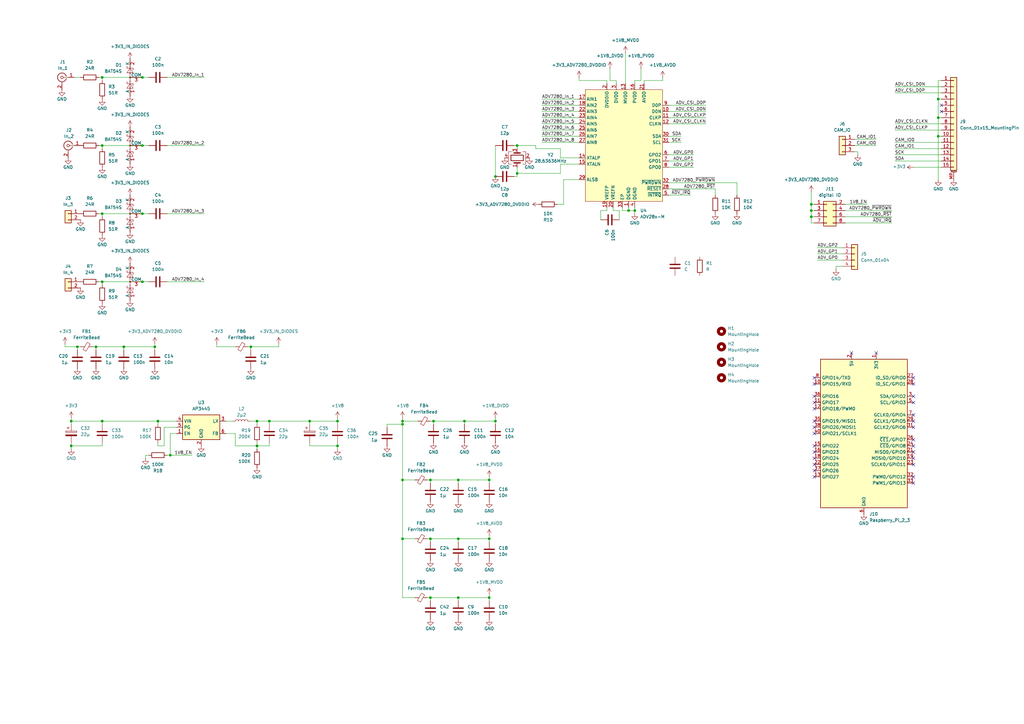
<source format=kicad_sch>
(kicad_sch (version 20231120) (generator "eeschema") (generator_version "8.0")
  (paper "A3")
  (junction (at 105.41 172.72))
  (junction (at 177.8 172.72))
  (junction (at 58.42 115.57))
  (junction (at 64.77 172.72))
  (junction (at 384.81 48.26))
  (junction (at 384.81 40.64))
  (junction (at 50.8 142.24))
  (junction (at 332.74 88.9))
  (junction (at 58.42 59.69))
  (junction (at 212.09 59.69))
  (junction (at 257.81 86.36))
  (junction (at 176.53 245.11))
  (junction (at 165.1 173.99))
  (junction (at 332.74 86.36))
  (junction (at 176.53 196.85))
  (junction (at 165.1 196.85))
  (junction (at 138.43 182.88))
  (junction (at 190.5 172.72))
  (junction (at 105.41 182.88))
  (junction (at 165.1 220.98))
  (junction (at 384.81 55.88))
  (junction (at 332.74 83.82))
  (junction (at 212.09 71.12))
  (junction (at 58.42 31.75))
  (junction (at 176.53 220.98))
  (junction (at 127 172.72))
  (junction (at 58.42 87.63))
  (junction (at 63.5 142.24))
  (junction (at 138.43 172.72))
  (junction (at 41.91 59.69))
  (junction (at 69.85 186.69))
  (junction (at 260.35 86.36))
  (junction (at 203.2 172.72))
  (junction (at 29.21 182.88))
  (junction (at 39.37 142.24))
  (junction (at 41.91 172.72))
  (junction (at 187.96 245.11))
  (junction (at 41.91 31.75))
  (junction (at 203.2 72.39))
  (junction (at 200.66 245.11))
  (junction (at 200.66 196.85))
  (junction (at 41.91 115.57))
  (junction (at 31.75 142.24))
  (junction (at 200.66 220.98))
  (junction (at 110.49 172.72))
  (junction (at 187.96 196.85))
  (junction (at 187.96 220.98))
  (junction (at 29.21 172.72))
  (junction (at 41.91 87.63))
  (junction (at 102.87 142.24))
  (junction (at 165.1 172.72))
  (no_connect (at 374.65 185.42))
  (no_connect (at 374.65 190.5))
  (no_connect (at 374.65 198.12))
  (no_connect (at 334.01 185.42))
  (no_connect (at 386.08 45.72))
  (no_connect (at 374.65 182.88))
  (no_connect (at 374.65 165.1))
  (no_connect (at 334.01 157.48))
  (no_connect (at 334.01 182.88))
  (no_connect (at 334.01 187.96))
  (no_connect (at 374.65 154.94))
  (no_connect (at 374.65 162.56))
  (no_connect (at 334.01 167.64))
  (no_connect (at 386.08 43.18))
  (no_connect (at 334.01 193.04))
  (no_connect (at 374.65 170.18))
  (no_connect (at 359.41 144.78))
  (no_connect (at 334.01 175.26))
  (no_connect (at 374.65 175.26))
  (no_connect (at 374.65 172.72))
  (no_connect (at 334.01 154.94))
  (no_connect (at 374.65 187.96))
  (no_connect (at 374.65 195.58))
  (no_connect (at 374.65 157.48))
  (no_connect (at 334.01 162.56))
  (no_connect (at 334.01 177.8))
  (no_connect (at 374.65 180.34))
  (no_connect (at 334.01 172.72))
  (no_connect (at 334.01 195.58))
  (no_connect (at 334.01 165.1))
  (no_connect (at 334.01 190.5))
  (no_connect (at 349.25 144.78))
  (wire (pts (xy 58.42 115.57) (xy 60.96 115.57)))
  (wire (pts (xy 29.21 182.88) (xy 41.91 182.88)))
  (wire (pts (xy 250.19 33.02) (xy 250.19 27.94)))
  (wire (pts (xy 175.26 220.98) (xy 176.53 220.98)))
  (wire (pts (xy 105.41 182.88) (xy 105.41 181.61)))
  (wire (pts (xy 346.71 88.9) (xy 365.76 88.9)))
  (wire (pts (xy 41.91 115.57) (xy 40.64 115.57)))
  (wire (pts (xy 41.91 60.96) (xy 41.91 59.69)))
  (wire (pts (xy 41.91 88.9) (xy 41.91 87.63)))
  (wire (pts (xy 165.1 196.85) (xy 165.1 173.99)))
  (wire (pts (xy 68.58 115.57) (xy 83.82 115.57)))
  (wire (pts (xy 102.87 142.24) (xy 102.87 143.51)))
  (wire (pts (xy 41.91 115.57) (xy 58.42 115.57)))
  (wire (pts (xy 105.41 172.72) (xy 102.87 172.72)))
  (wire (pts (xy 114.3 140.97) (xy 114.3 142.24)))
  (wire (pts (xy 237.49 40.64) (xy 222.25 40.64)))
  (wire (pts (xy 177.8 173.99) (xy 177.8 172.72)))
  (wire (pts (xy 187.96 196.85) (xy 187.96 198.12)))
  (wire (pts (xy 359.41 59.69) (xy 350.52 59.69)))
  (wire (pts (xy 367.03 63.5) (xy 386.08 63.5)))
  (wire (pts (xy 237.49 64.77) (xy 229.87 64.77)))
  (wire (pts (xy 237.49 31.75) (xy 237.49 33.02)))
  (wire (pts (xy 187.96 220.98) (xy 187.96 222.25)))
  (wire (pts (xy 212.09 72.39) (xy 212.09 71.12)))
  (wire (pts (xy 229.87 67.31) (xy 229.87 71.12)))
  (wire (pts (xy 367.03 60.96) (xy 386.08 60.96)))
  (wire (pts (xy 260.35 33.02) (xy 262.89 33.02)))
  (wire (pts (xy 41.91 59.69) (xy 58.42 59.69)))
  (wire (pts (xy 210.82 72.39) (xy 212.09 72.39)))
  (wire (pts (xy 96.52 177.8) (xy 92.71 177.8)))
  (wire (pts (xy 127 182.88) (xy 127 181.61)))
  (wire (pts (xy 237.49 43.18) (xy 222.25 43.18)))
  (wire (pts (xy 88.9 142.24) (xy 96.52 142.24)))
  (wire (pts (xy 29.21 182.88) (xy 29.21 184.15)))
  (wire (pts (xy 59.69 186.69) (xy 60.96 186.69)))
  (wire (pts (xy 187.96 245.11) (xy 187.96 246.38)))
  (wire (pts (xy 105.41 173.99) (xy 105.41 172.72)))
  (wire (pts (xy 374.65 68.58) (xy 386.08 68.58)))
  (wire (pts (xy 229.87 60.96) (xy 219.71 60.96)))
  (wire (pts (xy 68.58 87.63) (xy 83.82 87.63)))
  (wire (pts (xy 29.21 172.72) (xy 29.21 173.99)))
  (wire (pts (xy 105.41 182.88) (xy 96.52 182.88)))
  (wire (pts (xy 212.09 71.12) (xy 229.87 71.12)))
  (wire (pts (xy 41.91 116.84) (xy 41.91 115.57)))
  (wire (pts (xy 332.74 88.9) (xy 332.74 86.36)))
  (wire (pts (xy 367.03 53.34) (xy 386.08 53.34)))
  (wire (pts (xy 279.4 55.88) (xy 274.32 55.88)))
  (wire (pts (xy 110.49 172.72) (xy 127 172.72)))
  (wire (pts (xy 351.79 63.5) (xy 351.79 62.23)))
  (wire (pts (xy 127 172.72) (xy 138.43 172.72)))
  (wire (pts (xy 279.4 58.42) (xy 274.32 58.42)))
  (wire (pts (xy 138.43 171.45) (xy 138.43 172.72)))
  (wire (pts (xy 384.81 33.02) (xy 384.81 40.64)))
  (wire (pts (xy 72.39 177.8) (xy 69.85 177.8)))
  (wire (pts (xy 355.6 83.82) (xy 346.71 83.82)))
  (wire (pts (xy 187.96 196.85) (xy 200.66 196.85)))
  (wire (pts (xy 165.1 173.99) (xy 165.1 172.72)))
  (wire (pts (xy 332.74 83.82) (xy 334.01 83.82)))
  (wire (pts (xy 274.32 66.04) (xy 284.48 66.04)))
  (wire (pts (xy 367.03 35.56) (xy 386.08 35.56)))
  (wire (pts (xy 50.8 142.24) (xy 50.8 143.51)))
  (wire (pts (xy 367.03 50.8) (xy 386.08 50.8)))
  (wire (pts (xy 346.71 91.44) (xy 365.76 91.44)))
  (wire (pts (xy 222.25 58.42) (xy 237.49 58.42)))
  (wire (pts (xy 30.48 31.75) (xy 33.02 31.75)))
  (wire (pts (xy 68.58 59.69) (xy 83.82 59.69)))
  (wire (pts (xy 222.25 53.34) (xy 237.49 53.34)))
  (wire (pts (xy 257.81 86.36) (xy 257.81 85.09)))
  (wire (pts (xy 59.69 187.96) (xy 59.69 186.69)))
  (wire (pts (xy 332.74 86.36) (xy 332.74 83.82)))
  (wire (pts (xy 176.53 245.11) (xy 187.96 245.11)))
  (wire (pts (xy 92.71 172.72) (xy 95.25 172.72)))
  (wire (pts (xy 41.91 31.75) (xy 58.42 31.75)))
  (wire (pts (xy 255.27 86.36) (xy 255.27 85.09)))
  (wire (pts (xy 212.09 59.69) (xy 212.09 60.96)))
  (wire (pts (xy 105.41 172.72) (xy 110.49 172.72)))
  (wire (pts (xy 41.91 87.63) (xy 58.42 87.63)))
  (wire (pts (xy 274.32 80.01) (xy 283.21 80.01)))
  (wire (pts (xy 58.42 31.75) (xy 60.96 31.75)))
  (wire (pts (xy 274.32 50.8) (xy 289.56 50.8)))
  (wire (pts (xy 260.35 34.29) (xy 260.35 33.02)))
  (wire (pts (xy 260.35 86.36) (xy 257.81 86.36)))
  (wire (pts (xy 248.92 86.36) (xy 246.38 86.36)))
  (wire (pts (xy 252.73 33.02) (xy 252.73 34.29)))
  (wire (pts (xy 176.53 198.12) (xy 176.53 196.85)))
  (wire (pts (xy 219.71 59.69) (xy 212.09 59.69)))
  (wire (pts (xy 158.75 175.26) (xy 158.75 173.99)))
  (wire (pts (xy 274.32 48.26) (xy 289.56 48.26)))
  (wire (pts (xy 229.87 67.31) (xy 237.49 67.31)))
  (wire (pts (xy 200.66 195.58) (xy 200.66 196.85)))
  (wire (pts (xy 138.43 181.61) (xy 138.43 182.88)))
  (wire (pts (xy 257.81 86.36) (xy 255.27 86.36)))
  (wire (pts (xy 110.49 173.99) (xy 110.49 172.72)))
  (wire (pts (xy 264.16 34.29) (xy 264.16 33.02)))
  (wire (pts (xy 68.58 186.69) (xy 69.85 186.69)))
  (wire (pts (xy 367.03 58.42) (xy 386.08 58.42)))
  (wire (pts (xy 264.16 33.02) (xy 271.78 33.02)))
  (wire (pts (xy 165.1 171.45) (xy 165.1 172.72)))
  (wire (pts (xy 200.66 243.84) (xy 200.66 245.11)))
  (wire (pts (xy 41.91 87.63) (xy 40.64 87.63)))
  (wire (pts (xy 102.87 142.24) (xy 114.3 142.24)))
  (wire (pts (xy 293.37 77.47) (xy 293.37 80.01)))
  (wire (pts (xy 237.49 33.02) (xy 248.92 33.02)))
  (wire (pts (xy 260.35 85.09) (xy 260.35 86.36)))
  (wire (pts (xy 231.14 83.82) (xy 231.14 73.66)))
  (wire (pts (xy 96.52 182.88) (xy 96.52 177.8)))
  (wire (pts (xy 219.71 60.96) (xy 219.71 59.69)))
  (wire (pts (xy 176.53 222.25) (xy 176.53 220.98)))
  (wire (pts (xy 384.81 48.26) (xy 384.81 55.88)))
  (wire (pts (xy 384.81 55.88) (xy 384.81 73.66)))
  (wire (pts (xy 254 86.36) (xy 251.46 86.36)))
  (wire (pts (xy 254 90.17) (xy 254 86.36)))
  (wire (pts (xy 332.74 88.9) (xy 334.01 88.9)))
  (wire (pts (xy 138.43 173.99) (xy 138.43 172.72)))
  (wire (pts (xy 165.1 172.72) (xy 171.45 172.72)))
  (wire (pts (xy 203.2 59.69) (xy 203.2 72.39)))
  (wire (pts (xy 190.5 172.72) (xy 203.2 172.72)))
  (wire (pts (xy 260.35 86.36) (xy 260.35 87.63)))
  (wire (pts (xy 165.1 245.11) (xy 165.1 220.98)))
  (wire (pts (xy 175.26 196.85) (xy 176.53 196.85)))
  (wire (pts (xy 26.67 142.24) (xy 31.75 142.24)))
  (wire (pts (xy 88.9 140.97) (xy 88.9 142.24)))
  (wire (pts (xy 31.75 143.51) (xy 31.75 142.24)))
  (wire (pts (xy 176.53 246.38) (xy 176.53 245.11)))
  (wire (pts (xy 251.46 86.36) (xy 251.46 85.09)))
  (wire (pts (xy 302.26 74.93) (xy 302.26 80.01)))
  (wire (pts (xy 271.78 33.02) (xy 271.78 31.75)))
  (wire (pts (xy 176.53 220.98) (xy 187.96 220.98)))
  (wire (pts (xy 176.53 196.85) (xy 187.96 196.85)))
  (wire (pts (xy 38.1 142.24) (xy 39.37 142.24)))
  (wire (pts (xy 200.66 219.71) (xy 200.66 220.98)))
  (wire (pts (xy 41.91 33.02) (xy 41.91 31.75)))
  (wire (pts (xy 342.9 110.49) (xy 342.9 109.22)))
  (wire (pts (xy 63.5 140.97) (xy 63.5 142.24)))
  (wire (pts (xy 384.81 48.26) (xy 386.08 48.26)))
  (wire (pts (xy 165.1 245.11) (xy 170.18 245.11)))
  (wire (pts (xy 250.19 33.02) (xy 252.73 33.02)))
  (wire (pts (xy 138.43 182.88) (xy 127 182.88)))
  (wire (pts (xy 335.28 106.68) (xy 345.44 106.68)))
  (wire (pts (xy 170.18 196.85) (xy 165.1 196.85)))
  (wire (pts (xy 203.2 171.45) (xy 203.2 172.72)))
  (wire (pts (xy 334.01 91.44) (xy 332.74 91.44)))
  (wire (pts (xy 262.89 33.02) (xy 262.89 27.94)))
  (wire (pts (xy 274.32 68.58) (xy 284.48 68.58)))
  (wire (pts (xy 110.49 181.61) (xy 110.49 182.88)))
  (wire (pts (xy 29.21 172.72) (xy 41.91 172.72)))
  (wire (pts (xy 200.66 196.85) (xy 200.66 198.12)))
  (wire (pts (xy 384.81 40.64) (xy 384.81 48.26)))
  (wire (pts (xy 332.74 86.36) (xy 334.01 86.36)))
  (wire (pts (xy 222.25 50.8) (xy 237.49 50.8)))
  (wire (pts (xy 332.74 78.74) (xy 332.74 83.82)))
  (wire (pts (xy 212.09 71.12) (xy 212.09 68.58)))
  (wire (pts (xy 351.79 62.23) (xy 350.52 62.23)))
  (wire (pts (xy 68.58 31.75) (xy 83.82 31.75)))
  (wire (pts (xy 41.91 59.69) (xy 40.64 59.69)))
  (wire (pts (xy 274.32 45.72) (xy 289.56 45.72)))
  (wire (pts (xy 274.32 63.5) (xy 284.48 63.5)))
  (wire (pts (xy 190.5 172.72) (xy 190.5 173.99)))
  (wire (pts (xy 69.85 177.8) (xy 69.85 186.69)))
  (wire (pts (xy 367.03 38.1) (xy 386.08 38.1)))
  (wire (pts (xy 203.2 172.72) (xy 203.2 173.99)))
  (wire (pts (xy 58.42 87.63) (xy 60.96 87.63)))
  (wire (pts (xy 63.5 142.24) (xy 63.5 143.51)))
  (wire (pts (xy 248.92 85.09) (xy 248.92 86.36)))
  (wire (pts (xy 200.66 245.11) (xy 200.66 246.38)))
  (wire (pts (xy 345.44 104.14) (xy 335.28 104.14)))
  (wire (pts (xy 256.54 21.59) (xy 256.54 34.29)))
  (wire (pts (xy 165.1 220.98) (xy 165.1 196.85)))
  (wire (pts (xy 127 172.72) (xy 127 173.99)))
  (wire (pts (xy 367.03 66.04) (xy 386.08 66.04)))
  (wire (pts (xy 165.1 220.98) (xy 170.18 220.98)))
  (wire (pts (xy 346.71 86.36) (xy 365.76 86.36)))
  (wire (pts (xy 29.21 181.61) (xy 29.21 182.88)))
  (wire (pts (xy 41.91 31.75) (xy 40.64 31.75)))
  (wire (pts (xy 248.92 33.02) (xy 248.92 34.29)))
  (wire (pts (xy 39.37 142.24) (xy 50.8 142.24)))
  (wire (pts (xy 138.43 182.88) (xy 138.43 184.15)))
  (wire (pts (xy 29.21 171.45) (xy 29.21 172.72)))
  (wire (pts (xy 64.77 172.72) (xy 72.39 172.72)))
  (wire (pts (xy 41.91 172.72) (xy 41.91 173.99)))
  (wire (pts (xy 384.81 40.64) (xy 386.08 40.64)))
  (wire (pts (xy 101.6 142.24) (xy 102.87 142.24)))
  (wire (pts (xy 231.14 73.66) (xy 237.49 73.66)))
  (wire (pts (xy 222.25 55.88) (xy 237.49 55.88)))
  (wire (pts (xy 41.91 172.72) (xy 64.77 172.72)))
  (wire (pts (xy 105.41 182.88) (xy 105.41 184.15)))
  (wire (pts (xy 58.42 59.69) (xy 60.96 59.69)))
  (wire (pts (xy 228.6 83.82) (xy 231.14 83.82)))
  (wire (pts (xy 229.87 64.77) (xy 229.87 60.96)))
  (wire (pts (xy 210.82 59.69) (xy 212.09 59.69)))
  (wire (pts (xy 246.38 90.17) (xy 246.38 86.36)))
  (wire (pts (xy 237.49 48.26) (xy 222.25 48.26)))
  (wire (pts (xy 274.32 43.18) (xy 289.56 43.18)))
  (wire (pts (xy 39.37 143.51) (xy 39.37 142.24)))
  (wire (pts (xy 69.85 186.69) (xy 78.74 186.69)))
  (wire (pts (xy 67.31 175.26) (xy 67.31 182.88)))
  (wire (pts (xy 187.96 220.98) (xy 200.66 220.98)))
  (wire (pts (xy 64.77 182.88) (xy 67.31 182.88)))
  (wire (pts (xy 384.81 33.02) (xy 386.08 33.02)))
  (wire (pts (xy 110.49 182.88) (xy 105.41 182.88)))
  (wire (pts (xy 31.75 142.24) (xy 33.02 142.24)))
  (wire (pts (xy 175.26 245.11) (xy 176.53 245.11)))
  (wire (pts (xy 237.49 45.72) (xy 222.25 45.72)))
  (wire (pts (xy 50.8 142.24) (xy 63.5 142.24)))
  (wire (pts (xy 200.66 220.98) (xy 200.66 222.25)))
  (wire (pts (xy 64.77 181.61) (xy 64.77 182.88)))
  (wire (pts (xy 177.8 172.72) (xy 190.5 172.72)))
  (wire (pts (xy 176.53 172.72) (xy 177.8 172.72)))
  (wire (pts (xy 274.32 74.93) (xy 302.26 74.93)))
  (wire (pts (xy 26.67 140.97) (xy 26.67 142.24)))
  (wire (pts (xy 332.74 91.44) (xy 332.74 88.9)))
  (wire (pts (xy 158.75 173.99) (xy 165.1 173.99)))
  (wire (pts (xy 67.31 175.26) (xy 72.39 175.26)))
  (wire (pts (xy 384.81 55.88) (xy 386.08 55.88)))
  (wire (pts (xy 274.32 77.47) (xy 293.37 77.47)))
  (wire (pts (xy 359.41 57.15) (xy 350.52 57.15)))
  (wire (pts (xy 41.91 182.88) (xy 41.91 181.61)))
  (wire (pts (xy 345.44 101.6) (xy 335.28 101.6)))
  (wire (pts (xy 187.96 245.11) (xy 200.66 245.11)))
  (wire (pts (xy 64.77 173.99) (xy 64.77 172.72)))
  (wire (pts (xy 342.9 109.22) (xy 345.44 109.22)))
  (label "ADV7280_~{PWRDWN}" (at 365.76 86.36 180))
  (label "CAM_IO0" (at 359.41 59.69 180))
  (label "ADV_GP1" (at 284.48 66.04 180))
  (label "SCK" (at 279.4 58.42 180))
  (label "ADV7280_In_3" (at 222.25 45.72 0))
  (label "ADV_GP2" (at 335.28 101.6 0))
  (label "ADV7280_In_7" (at 222.25 55.88 0))
  (label "ADV_GP0" (at 284.48 63.5 180))
  (label "ADV_CSI_CLKN" (at 367.03 50.8 0))
  (label "ADV7280_In_4" (at 83.82 115.57 180))
  (label "ADV_GP0" (at 335.28 106.68 0))
  (label "ADV7280_In_2" (at 83.82 59.69 180))
  (label "1V8_EN" (at 355.6 83.82 180))
  (label "ADV7280_In_1" (at 83.82 31.75 180))
  (label "ADV_CSI_CLKP" (at 289.56 48.26 180))
  (label "~{ADV_IRQ}" (at 365.76 91.44 180))
  (label "ADV_CSI_CLKN" (at 289.56 50.8 180))
  (label "CAM_IO1" (at 367.03 60.96 0))
  (label "ADV_GP2" (at 284.48 68.58 180))
  (label "ADV7280_In_5" (at 222.25 50.8 0))
  (label "CAM_IO1" (at 359.41 57.15 180))
  (label "SCK" (at 367.03 63.5 0))
  (label "ADV7280_In_3" (at 83.82 87.63 180))
  (label "ADV7280_In_2" (at 222.25 43.18 0))
  (label "~{ADV_IRQ}" (at 283.21 80.01 180))
  (label "1V8_EN" (at 78.74 186.69 180))
  (label "ADV7280_~{RST}" (at 365.76 88.9 180))
  (label "CAM_IO0" (at 367.03 58.42 0))
  (label "SDA" (at 367.03 66.04 0))
  (label "ADV7280_In_4" (at 222.25 48.26 0))
  (label "ADV7280_~{PWRDWN}" (at 293.37 74.93 180))
  (label "ADV_CSI_D0N" (at 289.56 45.72 180))
  (label "ADV7280_~{RST}" (at 293.37 77.47 180))
  (label "ADV7280_In_6" (at 222.25 53.34 0))
  (label "ADV_CSI_D0P" (at 289.56 43.18 180))
  (label "SDA" (at 279.4 55.88 180))
  (label "ADV_CSI_CLKP" (at 367.03 53.34 0))
  (label "ADV7280_In_1" (at 222.25 40.64 0))
  (label "ADV_GP1" (at 335.28 104.14 0))
  (label "ADV7280_In_8" (at 222.25 58.42 0))
  (label "ADV_CSI_D0N" (at 367.03 35.56 0))
  (label "ADV_CSI_D0P" (at 367.03 38.1 0))
  (symbol (lib_id "power:GND") (at 190.5 181.61 0) (unit 1)
    (property "Reference" "#PWR033" (effects (hide yes)))
    (property "Value" "GND" (at 190.5 185.42 0))
    (property "Description" "Power symbol creates a global label with name \"GND\" , ground" (effects (hide yes)))
  )
  (symbol (lib_id "Regulator_Switching:AP3402") (at 82.55 175.26 0) (unit 1)
    (property "Reference" "U3" (at 82.55 165.1 0))
    (property "Value" "AP3445" (at 82.55 167.64 0))
    (property "Footprint" "Package_TO_SOT_SMD:TSOT-23-6" (effects (hide yes)))
    (property "Datasheet" "https://www.diodes.com/assets/Datasheets/AP3402.pdf" (effects (hide yes)))
    (property "Description" "1.0MHz 2A Step-Down DC-DC Buck Converter, TSOT-23-6" (effects (hide yes)))
  )
  (symbol (lib_id "power:GND") (at 302.26 87.63 0) (unit 1)
    (property "Reference" "#PWR08" (effects (hide yes)))
    (property "Value" "GND" (at 302.26 91.44 0))
    (property "Description" "Power symbol creates a global label with name \"GND\" , ground" (effects (hide yes)))
  )
  (symbol (lib_id "power:GND") (at 351.79 63.5 0) (unit 1)
    (property "Reference" "#PWR062" (effects (hide yes)))
    (property "Value" "GND" (at 351.79 67.31 0))
    (property "Description" "Power symbol creates a global label with name \"GND\" , ground" (effects (hide yes)))
  )
  (symbol (lib_id "power:GND") (at 82.55 182.88 0) (unit 1)
    (property "Reference" "#PWR054" (effects (hide yes)))
    (property "Value" "GND" (at 82.55 186.69 0))
    (property "Description" "Power symbol creates a global label with name \"GND\" , ground" (effects (hide yes)))
  )
  (symbol (lib_id "Device:C") (at 176.53 201.93 0) (unit 1)
    (property "Reference" "C22" (at 180.34 200.6599 0) (effects (justify left)))
    (property "Value" "1µ" (at 180.34 203.1999 0) (effects (justify left)))
    (property "Footprint" "Capacitor_SMD:C_0805_2012Metric" (effects (hide yes)))
    (property "Description" "Unpolarized capacitor" (effects (hide yes)))
  )
  (symbol (lib_id "Device:R") (at 105.41 187.96 0) (mirror y) (unit 1)
    (property "Reference" "R20" (at 102.87 186.6899 0) (effects (justify left)))
    (property "Value" "100K" (at 102.87 189.2299 0) (effects (justify left)))
    (property "Footprint" "Resistor_SMD:R_0402_1005Metric_Pad0.72x0.64mm_HandSolder" (effects (hide yes)))
    (property "Description" "Resistor" (effects (hide yes)))
  )
  (symbol (lib_id "Connector_Generic_MountingPin:Conn_01x15_MountingPin") (at 391.16 50.8 0) (unit 1)
    (property "Reference" "J9" (at 393.7 49.8855 0) (effects (justify left)))
    (property "Value" "Conn_01x15_MountingPin" (at 393.7 52.4255 0) (effects (justify left)))
    (property "Footprint" "Connector_FFC-FPC:TE_1-84953-5_1x15-1MP_P1.0mm_Horizontal" (effects (hide yes)))
    (property "Description" "Generic connectable mounting pin connector, single row, 01x15, script generated (kicad-library-utils/schlib/autogen/connector/)" (effects (hide yes)))
  )
  (symbol (lib_id "power:GND") (at 200.66 205.74 0) (unit 1)
    (property "Reference" "#PWR030" (effects (hide yes)))
    (property "Value" "GND" (at 200.66 209.55 0))
    (property "Description" "Power symbol creates a global label with name \"GND\" , ground" (effects (hide yes)))
  )
  (symbol (lib_id "Device:C") (at 41.91 177.8 0) (unit 1)
    (property "Reference" "C33" (at 45.72 176.5299 0) (effects (justify left)))
    (property "Value" "100n" (at 45.72 179.0699 0) (effects (justify left)))
    (property "Footprint" "Capacitor_SMD:C_0402_1005Metric" (effects (hide yes)))
    (property "Description" "Unpolarized capacitor" (effects (hide yes)))
  )
  (symbol (lib_id "power:GND") (at 29.21 184.15 0) (unit 1)
    (property "Reference" "#PWR052" (effects (hide yes)))
    (property "Value" "GND" (at 29.21 187.96 0))
    (property "Description" "Power symbol creates a global label with name \"GND\" , ground" (effects (hide yes)))
  )
  (symbol (lib_id "Device:R") (at 41.91 64.77 0) (unit 1)
    (property "Reference" "R5" (at 44.45 63.4999 0) (effects (justify left)))
    (property "Value" "51R" (at 44.45 66.0399 0) (effects (justify left)))
    (property "Footprint" "Resistor_SMD:R_0805_2012Metric" (effects (hide yes)))
    (property "Description" "Resistor" (effects (hide yes)))
  )
  (symbol (lib_id "power:GND") (at 41.91 40.64 0) (unit 1)
    (property "Reference" "#PWR01" (effects (hide yes)))
    (property "Value" "GND" (at 41.91 44.45 0))
    (property "Description" "Power symbol creates a global label with name \"GND\" , ground" (effects (hide yes)))
  )
  (symbol (lib_id "Device:C") (at 200.66 250.19 0) (unit 1)
    (property "Reference" "C10" (at 204.47 248.9199 0) (effects (justify left)))
    (property "Value" "10n" (at 204.47 251.4599 0) (effects (justify left)))
    (property "Footprint" "Capacitor_SMD:C_0402_1005Metric" (effects (hide yes)))
    (property "Description" "Unpolarized capacitor" (effects (hide yes)))
  )
  (symbol (lib_id "Device:C") (at 64.77 115.57 90) (unit 1)
    (property "Reference" "C5" (at 64.77 107.95 90))
    (property "Value" "100n" (at 64.77 110.49 90))
    (property "Footprint" "Capacitor_SMD:C_0402_1005Metric" (effects (hide yes)))
    (property "Description" "Unpolarized capacitor" (effects (hide yes)))
  )
  (symbol (lib_id "power:GND") (at 53.34 67.31 0) (unit 1)
    (property "Reference" "#PWR068" (effects (hide yes)))
    (property "Value" "GND" (at 53.34 71.12 0))
    (property "Description" "Power symbol creates a global label with name \"GND\" , ground" (effects (hide yes)))
  )
  (symbol (lib_id "power:+3V3") (at 53.34 52.07 0) (unit 1)
    (property "Reference" "#PWR067" (effects (hide yes)))
    (property "Value" "+3V3_IN_DIODES" (at 53.34 46.99 0))
    (property "Description" "Power symbol creates a global label with name \"+3V3\"" (effects (hide yes)))
  )
  (symbol (lib_id "Device:C") (at 190.5 177.8 0) (unit 1)
    (property "Reference" "C11" (at 194.31 176.5299 0) (effects (justify left)))
    (property "Value" "100n" (at 194.31 179.0699 0) (effects (justify left)))
    (property "Footprint" "Capacitor_SMD:C_0402_1005Metric" (effects (hide yes)))
    (property "Description" "Unpolarized capacitor" (effects (hide yes)))
  )
  (symbol (lib_id "power:GND") (at 176.53 205.74 0) (unit 1)
    (property "Reference" "#PWR022" (effects (hide yes)))
    (property "Value" "GND" (at 176.53 209.55 0))
    (property "Description" "Power symbol creates a global label with name \"GND\" , ground" (effects (hide yes)))
  )
  (symbol (lib_id "Device:R") (at 41.91 120.65 0) (unit 1)
    (property "Reference" "R9" (at 44.45 119.3799 0) (effects (justify left)))
    (property "Value" "51R" (at 44.45 121.9199 0) (effects (justify left)))
    (property "Footprint" "Resistor_SMD:R_0805_2012Metric" (effects (hide yes)))
    (property "Description" "Resistor" (effects (hide yes)))
  )
  (symbol (lib_id "Device:FerriteBead_Small") (at 172.72 245.11 90) (unit 1)
    (property "Reference" "FB5" (at 172.6819 238.76 90))
    (property "Value" "FerriteBead" (at 172.6819 241.3 90))
    (property "Footprint" "Inductor_SMD:L_0805_2012Metric" (effects (hide yes)))
    (property "Description" "Ferrite bead, small symbol" (effects (hide yes)))
  )
  (symbol (lib_id "power:+1V8") (at 138.43 171.45 0) (unit 1)
    (property "Reference" "#PWR058" (effects (hide yes)))
    (property "Value" "+1V8" (at 138.43 166.37 0))
    (property "Description" "Power symbol creates a global label with name \"+1V8\"" (effects (hide yes)))
  )
  (symbol (lib_id "Device:C") (at 250.19 90.17 90) (mirror x) (unit 1)
    (property "Reference" "C6" (at 248.9199 93.98 0) (effects (justify left)))
    (property "Value" "100n" (at 251.4599 93.98 0) (effects (justify left)))
    (property "Footprint" "Capacitor_SMD:C_0402_1005Metric" (effects (hide yes)))
    (property "Description" "Unpolarized capacitor" (effects (hide yes)))
  )
  (symbol (lib_id "Device:R") (at 36.83 59.69 270) (unit 1)
    (property "Reference" "R4" (at 36.83 53.34 90))
    (property "Value" "24R" (at 36.83 55.88 90))
    (property "Footprint" "Resistor_SMD:R_0805_2012Metric" (effects (hide yes)))
    (property "Description" "Resistor" (effects (hide yes)))
  )
  (symbol (lib_id "Device:C") (at 64.77 31.75 90) (unit 1)
    (property "Reference" "C2" (at 64.77 24.13 90))
    (property "Value" "100n" (at 64.77 26.67 90))
    (property "Footprint" "Capacitor_SMD:C_0402_1005Metric" (effects (hide yes)))
    (property "Description" "Unpolarized capacitor" (effects (hide yes)))
  )
  (symbol (lib_id "power:+3V3") (at 26.67 140.97 0) (unit 1)
    (property "Reference" "#PWR09" (effects (hide yes)))
    (property "Value" "+3V3" (at 26.67 135.89 0))
    (property "Description" "Power symbol creates a global label with name \"+3V3\"" (effects (hide yes)))
  )
  (symbol (lib_id "power:GND") (at 138.43 184.15 0) (unit 1)
    (property "Reference" "#PWR057" (effects (hide yes)))
    (property "Value" "GND" (at 138.43 187.96 0))
    (property "Description" "Power symbol creates a global label with name \"GND\" , ground" (effects (hide yes)))
  )
  (symbol (lib_id "power:GND") (at 41.91 68.58 0) (unit 1)
    (property "Reference" "#PWR02" (effects (hide yes)))
    (property "Value" "GND" (at 41.91 72.39 0))
    (property "Description" "Power symbol creates a global label with name \"GND\" , ground" (effects (hide yes)))
  )
  (symbol (lib_id "power:GND") (at 33.02 118.11 0) (unit 1)
    (property "Reference" "#PWR043" (effects (hide yes)))
    (property "Value" "GND" (at 33.02 121.92 0))
    (property "Description" "Power symbol creates a global label with name \"GND\" , ground" (effects (hide yes)))
  )
  (symbol (lib_id "power:+3V3") (at 53.34 107.95 0) (unit 1)
    (property "Reference" "#PWR072" (effects (hide yes)))
    (property "Value" "+3V3_IN_DIODES" (at 53.34 102.87 0))
    (property "Description" "Power symbol creates a global label with name \"+3V3\"" (effects (hide yes)))
  )
  (symbol (lib_id "Device:C") (at 207.01 72.39 90) (mirror x) (unit 1)
    (property "Reference" "C8" (at 207.01 80.01 90))
    (property "Value" "12p" (at 207.01 77.47 90))
    (property "Footprint" "Capacitor_SMD:C_0402_1005Metric" (effects (hide yes)))
    (property "Description" "Unpolarized capacitor" (effects (hide yes)))
  )
  (symbol (lib_id "power:+3V3") (at 88.9 140.97 0) (unit 1)
    (property "Reference" "#PWR050" (effects (hide yes)))
    (property "Value" "+3V3" (at 88.9 135.89 0))
    (property "Description" "Power symbol creates a global label with name \"+3V3\"" (effects (hide yes)))
  )
  (symbol (lib_id "power:+3V3") (at 220.98 83.82 90) (unit 1)
    (property "Reference" "#PWR039" (effects (hide yes)))
    (property "Value" "+3V3_ADV7280_DVDDIO" (at 217.17 83.8199 90) (effects (justify left)))
    (property "Description" "Power symbol creates a global label with name \"+3V3\"" (effects (hide yes)))
  )
  (symbol (lib_id "power:GND") (at 158.75 182.88 0) (unit 1)
    (property "Reference" "#PWR025" (effects (hide yes)))
    (property "Value" "GND" (at 158.75 186.69 0))
    (property "Description" "Power symbol creates a global label with name \"GND\" , ground" (effects (hide yes)))
  )
  (symbol (lib_id "Device:C") (at 64.77 59.69 90) (unit 1)
    (property "Reference" "C3" (at 64.77 52.07 90))
    (property "Value" "100n" (at 64.77 54.61 90))
    (property "Footprint" "Capacitor_SMD:C_0402_1005Metric" (effects (hide yes)))
    (property "Description" "Unpolarized capacitor" (effects (hide yes)))
  )
  (symbol (lib_id "Device:FerriteBead_Small") (at 172.72 196.85 90) (unit 1)
    (property "Reference" "FB2" (at 172.6819 190.5 90))
    (property "Value" "FerriteBead" (at 172.6819 193.04 90))
    (property "Footprint" "Inductor_SMD:L_0805_2012Metric" (effects (hide yes)))
    (property "Description" "Ferrite bead, small symbol" (effects (hide yes)))
  )
  (symbol (lib_id "Device:R") (at 36.83 115.57 270) (unit 1)
    (property "Reference" "R7" (at 36.83 109.22 90))
    (property "Value" "24R" (at 36.83 111.76 90))
    (property "Footprint" "Resistor_SMD:R_0805_2012Metric" (effects (hide yes)))
    (property "Description" "Resistor" (effects (hide yes)))
  )
  (symbol (lib_id "Device:C") (at 31.75 147.32 0) (mirror y) (unit 1)
    (property "Reference" "C20" (at 27.94 146.0499 0) (effects (justify left)))
    (property "Value" "1µ" (at 27.94 148.5899 0) (effects (justify left)))
    (property "Footprint" "Capacitor_SMD:C_0805_2012Metric" (effects (hide yes)))
    (property "Description" "Unpolarized capacitor" (effects (hide yes)))
  )
  (symbol (lib_id "Device:C") (at 138.43 177.8 0) (unit 1)
    (property "Reference" "C36" (at 142.24 176.5299 0) (effects (justify left)))
    (property "Value" "100n" (at 142.24 179.0699 0) (effects (justify left)))
    (property "Footprint" "Capacitor_SMD:C_0402_1005Metric" (effects (hide yes)))
    (property "Description" "Unpolarized capacitor" (effects (hide yes)))
  )
  (symbol (lib_id "Connector:Conn_Coaxial") (at 27.94 59.69 0) (mirror y) (unit 1)
    (property "Reference" "J2" (at 28.2574 53.34 0))
    (property "Value" "In_2" (at 28.2574 55.88 0))
    (property "Footprint" "Connector_Coaxial:BNC_Amphenol_B6252HB-NPP3G-50_Horizontal" (effects (hide yes)))
    (property "Description" "coaxial connector (BNC, SMA, SMB, SMC, Cinch/RCA, LEMO, ...)" (effects (hide yes)))
  )
  (symbol (lib_id "power:+3V3") (at 237.49 31.75 0) (unit 1)
    (property "Reference" "#PWR010" (effects (hide yes)))
    (property "Value" "+3V3_ADV7280_DVDDIO" (at 237.49 26.67 0))
    (property "Description" "Power symbol creates a global label with name \"+3V3\"" (effects (hide yes)))
  )
  (symbol (lib_id "Device:C") (at 50.8 147.32 0) (unit 1)
    (property "Reference" "C13" (at 54.61 146.0499 0) (effects (justify left)))
    (property "Value" "100n" (at 54.61 148.5899 0) (effects (justify left)))
    (property "Footprint" "Capacitor_SMD:C_0402_1005Metric" (effects (hide yes)))
    (property "Description" "Unpolarized capacitor" (effects (hide yes)))
  )
  (symbol (lib_id "power:+1V8") (at 203.2 171.45 0) (unit 1)
    (property "Reference" "#PWR016" (effects (hide yes)))
    (property "Value" "+1V8_DVDD" (at 203.2 166.37 0))
    (property "Description" "Power symbol creates a global label with name \"+1V8\"" (effects (hide yes)))
  )
  (symbol (lib_id "Diode:BAT54S") (at 53.34 59.69 90) (unit 1)
    (property "Reference" "D2" (at 50.038 54.61 90) (effects (justify left)))
    (property "Value" "BAT54S" (at 50.038 57.15 90) (effects (justify left)))
    (property "Footprint" "Package_TO_SOT_SMD:SOT-23" (effects (hide yes)))
    (property "Datasheet" "https://www.diodes.com/assets/Datasheets/ds11005.pdf" (effects (hide yes)))
    (property "Description" "Vr 30V, If 200mA, Dual schottky barrier diode, in series, SOT-323" (effects (hide yes)))
  )
  (symbol (lib_id "Connector:Raspberry_Pi_2_3") (at 354.33 177.8 0) (unit 1)
    (property "Reference" "J10" (at 356.5241 210.82 0) (effects (justify left)))
    (property "Value" "Raspberry_Pi_2_3" (at 356.5241 213.36 0) (effects (justify left)))
    (property "Footprint" "Connector_PinHeader_2.54mm:PinHeader_2x20_P2.54mm_Vertical" (effects (hide yes)))
    (property "Datasheet" "https://www.raspberrypi.org/documentation/hardware/raspberrypi/schematics/rpi_SCH_3bplus_1p0_reduced.pdf" (effects (hide yes)))
    (property "Description" "expansion header for Raspberry Pi 2 & 3" (effects (hide yes)))
  )
  (symbol (lib_id "Device:R") (at 287.02 109.22 180) (unit 1) (on_board no)
    (property "Reference" "R1" (at 289.56 107.9499 0) (effects (justify right)))
    (property "Value" "R" (at 289.56 110.4899 0) (effects (justify right)))
    (property "Description" "Resistor" (effects (hide yes)))
  )
  (symbol (lib_id "power:GND") (at 391.16 73.66 0) (unit 1)
    (property "Reference" "#PWR023" (effects (hide yes)))
    (property "Value" "GND" (at 391.16 77.47 0))
    (property "Description" "Power symbol creates a global label with name \"GND\" , ground" (effects (hide yes)))
  )
  (symbol (lib_id "Diode:BAT54S") (at 53.34 115.57 90) (unit 1)
    (property "Reference" "D4" (at 50.038 110.49 90) (effects (justify left)))
    (property "Value" "BAT54S" (at 50.038 113.03 90) (effects (justify left)))
    (property "Footprint" "Package_TO_SOT_SMD:SOT-23" (effects (hide yes)))
    (property "Datasheet" "https://www.diodes.com/assets/Datasheets/ds11005.pdf" (effects (hide yes)))
    (property "Description" "Vr 30V, If 200mA, Dual schottky barrier diode, in series, SOT-323" (effects (hide yes)))
  )
  (symbol (lib_id "power:GND") (at 203.2 181.61 0) (unit 1)
    (property "Reference" "#PWR034" (effects (hide yes)))
    (property "Value" "GND" (at 203.2 185.42 0))
    (property "Description" "Power symbol creates a global label with name \"GND\" , ground" (effects (hide yes)))
  )
  (symbol (lib_id "Device:R") (at 302.26 83.82 180) (unit 1)
    (property "Reference" "R12" (at 304.8 82.5499 0) (effects (justify right)))
    (property "Value" "10K" (at 304.8 85.0899 0) (effects (justify right)))
    (property "Footprint" "Resistor_SMD:R_0805_2012Metric" (effects (hide yes)))
    (property "Description" "Resistor" (effects (hide yes)))
  )
  (symbol (lib_id "power:GND") (at 207.01 64.77 0) (unit 1)
    (property "Reference" "#PWR060" (effects (hide yes)))
    (property "Value" "GND" (at 207.01 68.58 0))
    (property "Description" "Power symbol creates a global label with name \"GND\" , ground" (effects (hide yes)))
  )
  (symbol (lib_id "power:GND") (at 260.35 87.63 0) (unit 1)
    (property "Reference" "#PWR027" (effects (hide yes)))
    (property "Value" "GND" (at 260.35 91.44 0))
    (property "Description" "Power symbol creates a global label with name \"GND\" , ground" (effects (hide yes)))
  )
  (symbol (lib_id "Device:C") (at 207.01 59.69 90) (unit 1)
    (property "Reference" "C7" (at 207.01 52.07 90))
    (property "Value" "12p" (at 207.01 54.61 90))
    (property "Footprint" "Capacitor_SMD:C_0402_1005Metric" (effects (hide yes)))
    (property "Description" "Unpolarized capacitor" (effects (hide yes)))
  )
  (symbol (lib_id "Diode:BAT54S") (at 53.34 31.75 90) (unit 1)
    (property "Reference" "D1" (at 50.038 26.67 90) (effects (justify left)))
    (property "Value" "BAT54S" (at 50.038 29.21 90) (effects (justify left)))
    (property "Footprint" "Package_TO_SOT_SMD:SOT-23" (effects (hide yes)))
    (property "Datasheet" "https://www.diodes.com/assets/Datasheets/ds11005.pdf" (effects (hide yes)))
    (property "Description" "Vr 30V, If 200mA, Dual schottky barrier diode, in series, SOT-323" (effects (hide yes)))
  )
  (symbol (lib_id "Device:R") (at 105.41 177.8 0) (mirror y) (unit 1)
    (property "Reference" "R19" (at 102.87 176.5299 0) (effects (justify left)))
    (property "Value" "200K" (at 102.87 179.0699 0) (effects (justify left)))
    (property "Footprint" "Resistor_SMD:R_0402_1005Metric_Pad0.72x0.64mm_HandSolder" (effects (hide yes)))
    (property "Description" "Resistor" (effects (hide yes)))
  )
  (symbol (lib_id "Mechanical:MountingHole") (at 295.91 142.24 0) (unit 1) (exclude_from_sim yes) (in_bom no)
    (property "Reference" "H2" (at 298.45 140.9699 0) (effects (justify left)))
    (property "Value" "MountingHole" (at 298.45 143.5099 0) (effects (justify left)))
    (property "Footprint" "MountingHole:MountingHole_2.7mm_Pad" (effects (hide yes)))
    (property "Description" "Mounting Hole without connection" (effects (hide yes)))
  )
  (symbol (lib_id "Device:C") (at 176.53 226.06 0) (unit 1)
    (property "Reference" "C24" (at 180.34 224.7899 0) (effects (justify left)))
    (property "Value" "1µ" (at 180.34 227.3299 0) (effects (justify left)))
    (property "Footprint" "Capacitor_SMD:C_0805_2012Metric" (effects (hide yes)))
    (property "Description" "Unpolarized capacitor" (effects (hide yes)))
  )
  (symbol (lib_id "Device:R") (at 41.91 92.71 0) (unit 1)
    (property "Reference" "R8" (at 44.45 91.4399 0) (effects (justify left)))
    (property "Value" "51R" (at 44.45 93.9799 0) (effects (justify left)))
    (property "Footprint" "Resistor_SMD:R_0805_2012Metric" (effects (hide yes)))
    (property "Description" "Resistor" (effects (hide yes)))
  )
  (symbol (lib_id "Device:C") (at 110.49 177.8 0) (unit 1)
    (property "Reference" "C34" (at 114.3 176.5299 0) (effects (justify left)))
    (property "Value" "22p" (at 114.3 179.0699 0) (effects (justify left)))
    (property "Footprint" "Capacitor_SMD:C_0402_1005Metric" (effects (hide yes)))
    (property "Description" "Unpolarized capacitor" (effects (hide yes)))
  )
  (symbol (lib_id "power:+3V3") (at 63.5 140.97 0) (unit 1)
    (property "Reference" "#PWR015" (effects (hide yes)))
    (property "Value" "+3V3_ADV7280_DVDDIO" (at 63.5 135.89 0))
    (property "Description" "Power symbol creates a global label with name \"+3V3\"" (effects (hide yes)))
  )
  (symbol (lib_id "Mechanical:MountingHole") (at 295.91 135.89 0) (unit 1) (exclude_from_sim yes) (in_bom no)
    (property "Reference" "H1" (at 298.45 134.6199 0) (effects (justify left)))
    (property "Value" "MountingHole" (at 298.45 137.1599 0) (effects (justify left)))
    (property "Footprint" "MountingHole:MountingHole_2.7mm_Pad" (effects (hide yes)))
    (property "Description" "Mounting Hole without connection" (effects (hide yes)))
  )
  (symbol (lib_id "Connector_Generic:Conn_01x02") (at 27.94 87.63 0) (mirror y) (unit 1)
    (property "Reference" "J3" (at 27.94 81.28 0))
    (property "Value" "In_3" (at 27.94 83.82 0))
    (property "Footprint" "Connector_PinHeader_2.54mm:PinHeader_1x02_P2.54mm_Vertical" (effects (hide yes)))
    (property "Description" "Generic connector, single row, 01x02, script generated (kicad-library-utils/schlib/autogen/connector/)" (effects (hide yes)))
  )
  (symbol (lib_id "power:GND") (at 27.94 64.77 0) (unit 1)
    (property "Reference" "#PWR041" (effects (hide yes)))
    (property "Value" "GND" (at 27.94 68.58 0))
    (property "Description" "Power symbol creates a global label with name \"GND\" , ground" (effects (hide yes)))
  )
  (symbol (lib_id "power:GND") (at 217.17 64.77 0) (unit 1)
    (property "Reference" "#PWR061" (effects (hide yes)))
    (property "Value" "GND" (at 217.17 68.58 0))
    (property "Description" "Power symbol creates a global label with name \"GND\" , ground" (effects (hide yes)))
  )
  (symbol (lib_id "power:GND") (at 203.2 72.39 0) (unit 1)
    (property "Reference" "#PWR05" (effects (hide yes)))
    (property "Value" "GND" (at 203.2 76.2 0))
    (property "Description" "Power symbol creates a global label with name \"GND\" , ground" (effects (hide yes)))
  )
  (symbol (lib_id "Device:C") (at 187.96 201.93 0) (unit 1)
    (property "Reference" "C15" (at 191.77 200.6599 0) (effects (justify left)))
    (property "Value" "100n" (at 191.77 203.1999 0) (effects (justify left)))
    (property "Footprint" "Capacitor_SMD:C_0402_1005Metric" (effects (hide yes)))
    (property "Description" "Unpolarized capacitor" (effects (hide yes)))
  )
  (symbol (lib_id "power:+1V8") (at 165.1 171.45 0) (unit 1)
    (property "Reference" "#PWR011" (effects (hide yes)))
    (property "Value" "+1V8" (at 165.1 166.37 0))
    (property "Description" "Power symbol creates a global label with name \"+1V8\"" (effects (hide yes)))
  )
  (symbol (lib_id "power:+1V8") (at 271.78 31.75 0) (mirror y) (unit 1)
    (property "Reference" "#PWR014" (effects (hide yes)))
    (property "Value" "+1V8_AVDD" (at 271.78 26.67 0))
    (property "Description" "Power symbol creates a global label with name \"+1V8\"" (effects (hide yes)))
  )
  (symbol (lib_id "power:+1V8") (at 200.66 219.71 0) (mirror y) (unit 1)
    (property "Reference" "#PWR018" (effects (hide yes)))
    (property "Value" "+1V8_AVDD" (at 200.66 214.63 0))
    (property "Description" "Power symbol creates a global label with name \"+1V8\"" (effects (hide yes)))
  )
  (symbol (lib_id "power:GND") (at 200.66 229.87 0) (unit 1)
    (property "Reference" "#PWR038" (effects (hide yes)))
    (property "Value" "GND" (at 200.66 233.68 0))
    (property "Description" "Power symbol creates a global label with name \"GND\" , ground" (effects (hide yes)))
  )
  (symbol (lib_id "Device:R") (at 224.79 83.82 90) (unit 1)
    (property "Reference" "R10" (at 224.79 90.17 90))
    (property "Value" "10K" (at 224.79 87.63 90))
    (property "Footprint" "Resistor_SMD:R_0805_2012Metric" (effects (hide yes)))
    (property "Description" "Resistor" (effects (hide yes)))
  )
  (symbol (lib_id "project_lib:ADV728x-M") (at 267.97 36.83 0) (unit 1)
    (property "Reference" "U4" (at 262.5441 86.36 0) (effects (justify left)))
    (property "Value" "ADV28x-M" (at 262.5441 88.9 0) (effects (justify left)))
    (property "Footprint" "Package_CSP:LFCSP-32-1EP_5x5mm_P0.5mm_EP3.6x3.6mm" (effects (hide yes)))
  )
  (symbol (lib_id "power:GND") (at 53.34 123.19 0) (unit 1)
    (property "Reference" "#PWR073" (effects (hide yes)))
    (property "Value" "GND" (at 53.34 127 0))
    (property "Description" "Power symbol creates a global label with name \"GND\" , ground" (effects (hide yes)))
  )
  (symbol (lib_id "Device:C_Polarized") (at 29.21 177.8 0) (unit 1)
    (property "Reference" "C32" (at 33.02 175.6409 0) (effects (justify left)))
    (property "Value" "22µ" (at 33.02 178.1809 0) (effects (justify left)))
    (property "Footprint" "Capacitor_SMD:C_0805_2012Metric" (effects (hide yes)))
    (property "Description" "Polarized capacitor" (effects (hide yes)))
  )
  (symbol (lib_id "Device:FerriteBead_Small") (at 35.56 142.24 90) (unit 1)
    (property "Reference" "FB1" (at 35.5219 135.89 90))
    (property "Value" "FerriteBead" (at 35.5219 138.43 90))
    (property "Footprint" "Inductor_SMD:L_0805_2012Metric" (effects (hide yes)))
    (property "Description" "Ferrite bead, small symbol" (effects (hide yes)))
  )
  (symbol (lib_id "Connector_Generic:Conn_02x04_Odd_Even") (at 339.09 86.36 0) (unit 1)
    (property "Reference" "J11" (at 340.36 77.47 0))
    (property "Value" "digital IO" (at 340.36 80.01 0))
    (property "Footprint" "Connector_PinHeader_2.54mm:PinHeader_2x04_P2.54mm_Vertical" (effects (hide yes)))
    (property "Description" "Generic connector, double row, 02x04, odd/even pin numbering scheme (row 1 odd numbers, row 2 even numbers), script generated (kicad-library-utils/schlib/autogen/connector/)" (effects (hide yes)))
  )
  (symbol (lib_id "Device:FerriteBead_Small") (at 173.99 172.72 90) (unit 1)
    (property "Reference" "FB4" (at 173.9519 166.37 90))
    (property "Value" "FerriteBead" (at 173.9519 168.91 90))
    (property "Footprint" "Inductor_SMD:L_0805_2012Metric" (effects (hide yes)))
    (property "Description" "Ferrite bead, small symbol" (effects (hide yes)))
  )
  (symbol (lib_id "power:+1V8") (at 200.66 195.58 0) (mirror y) (unit 1)
    (property "Reference" "#PWR017" (effects (hide yes)))
    (property "Value" "+1V8_PVDD" (at 200.66 190.5 0))
    (property "Description" "Power symbol creates a global label with name \"+1V8\"" (effects (hide yes)))
  )
  (symbol (lib_id "Device:R") (at 293.37 83.82 180) (unit 1)
    (property "Reference" "R11" (at 295.91 82.5499 0) (effects (justify right)))
    (property "Value" "10K" (at 295.91 85.0899 0) (effects (justify right)))
    (property "Footprint" "Resistor_SMD:R_0805_2012Metric" (effects (hide yes)))
    (property "Description" "Resistor" (effects (hide yes)))
  )
  (symbol (lib_id "Device:C") (at 63.5 147.32 0) (unit 1)
    (property "Reference" "C14" (at 67.31 146.0499 0) (effects (justify left)))
    (property "Value" "10n" (at 67.31 148.5899 0) (effects (justify left)))
    (property "Footprint" "Capacitor_SMD:C_0402_1005Metric" (effects (hide yes)))
    (property "Description" "Unpolarized capacitor" (effects (hide yes)))
  )
  (symbol (lib_id "power:GND") (at 31.75 151.13 0) (unit 1)
    (property "Reference" "#PWR019" (effects (hide yes)))
    (property "Value" "GND" (at 31.75 154.94 0))
    (property "Description" "Power symbol creates a global label with name \"GND\" , ground" (effects (hide yes)))
  )
  (symbol (lib_id "Connector_Generic:Conn_01x04") (at 350.52 104.14 0) (unit 1)
    (property "Reference" "J5" (at 353.06 104.1399 0) (effects (justify left)))
    (property "Value" "Conn_01x04" (at 353.06 106.6799 0) (effects (justify left)))
    (property "Footprint" "Connector_PinHeader_2.54mm:PinHeader_1x04_P2.54mm_Vertical" (effects (hide yes)))
    (property "Description" "Generic connector, single row, 01x04, script generated (kicad-library-utils/schlib/autogen/connector/)" (effects (hide yes)))
  )
  (symbol (lib_id "power:GND") (at 53.34 95.25 0) (unit 1)
    (property "Reference" "#PWR071" (effects (hide yes)))
    (property "Value" "GND" (at 53.34 99.06 0))
    (property "Description" "Power symbol creates a global label with name \"GND\" , ground" (effects (hide yes)))
  )
  (symbol (lib_id "Device:R") (at 36.83 87.63 270) (unit 1)
    (property "Reference" "R6" (at 36.83 81.28 90))
    (property "Value" "24R" (at 36.83 83.82 90))
    (property "Footprint" "Resistor_SMD:R_0805_2012Metric" (effects (hide yes)))
    (property "Description" "Resistor" (effects (hide yes)))
  )
  (symbol (lib_id "power:+3V3") (at 53.34 24.13 0) (unit 1)
    (property "Reference" "#PWR051" (effects (hide yes)))
    (property "Value" "+3V3_IN_DIODES" (at 53.34 19.05 0))
    (property "Description" "Power symbol creates a global label with name \"+3V3\"" (effects (hide yes)))
  )
  (symbol (lib_id "Device:FerriteBead_Small") (at 99.06 142.24 90) (unit 1)
    (property "Reference" "FB6" (at 99.0219 135.89 90))
    (property "Value" "FerriteBead" (at 99.0219 138.43 90))
    (property "Footprint" "Inductor_SMD:L_0805_2012Metric" (effects (hide yes)))
    (property "Description" "Ferrite bead, small symbol" (effects (hide yes)))
  )
  (symbol (lib_id "Device:Crystal_GND24") (at 212.09 64.77 270) (mirror x) (unit 1)
    (property "Reference" "Y2" (at 225.806 63.5 90))
    (property "Value" "28,63636MHz" (at 225.806 66.04 90))
    (property "Footprint" "Crystal:Crystal_SMD_3225-4Pin_3.2x2.5mm" (effects (hide yes)))
    (property "Description" "Four pin crystal, GND on pins 2 and 4" (effects (hide yes)))
  )
  (symbol (lib_id "Device:C") (at 200.66 201.93 0) (unit 1)
    (property "Reference" "C16" (at 204.47 200.6599 0) (effects (justify left)))
    (property "Value" "10n" (at 204.47 203.1999 0) (effects (justify left)))
    (property "Footprint" "Capacitor_SMD:C_0402_1005Metric" (effects (hide yes)))
    (property "Description" "Unpolarized capacitor" (effects (hide yes)))
  )
  (symbol (lib_id "power:GND") (at 41.91 96.52 0) (unit 1)
    (property "Reference" "#PWR03" (effects (hide yes)))
    (property "Value" "GND" (at 41.91 100.33 0))
    (property "Description" "Power symbol creates a global label with name \"GND\" , ground" (effects (hide yes)))
  )
  (symbol (lib_id "Device:C") (at 158.75 179.07 0) (mirror y) (unit 1)
    (property "Reference" "C25" (at 154.94 177.7999 0) (effects (justify left)))
    (property "Value" "1µ" (at 154.94 180.3399 0) (effects (justify left)))
    (property "Footprint" "Capacitor_SMD:C_0805_2012Metric" (effects (hide yes)))
    (property "Description" "Unpolarized capacitor" (effects (hide yes)))
  )
  (symbol (lib_id "Device:C") (at 203.2 177.8 0) (unit 1)
    (property "Reference" "C12" (at 207.01 176.5299 0) (effects (justify left)))
    (property "Value" "10n" (at 207.01 179.0699 0) (effects (justify left)))
    (property "Footprint" "Capacitor_SMD:C_0402_1005Metric" (effects (hide yes)))
    (property "Description" "Unpolarized capacitor" (effects (hide yes)))
  )
  (symbol (lib_id "Device:C") (at 276.86 109.22 0) (unit 1) (on_board no)
    (property "Reference" "C1" (at 280.67 107.9499 0) (effects (justify left)))
    (property "Value" "C" (at 280.67 110.4899 0) (effects (justify left)))
    (property "Description" "Unpolarized capacitor" (effects (hide yes)))
  )
  (symbol (lib_id "Device:C") (at 187.96 250.19 0) (unit 1)
    (property "Reference" "C9" (at 191.77 248.9199 0) (effects (justify left)))
    (property "Value" "100n" (at 191.77 251.4599 0) (effects (justify left)))
    (property "Footprint" "Capacitor_SMD:C_0402_1005Metric" (effects (hide yes)))
    (property "Description" "Unpolarized capacitor" (effects (hide yes)))
  )
  (symbol (lib_id "power:+3V3") (at 332.74 78.74 0) (unit 1)
    (property "Reference" "#PWR059" (effects (hide yes)))
    (property "Value" "+3V3_ADV7280_DVDDIO" (at 332.74 73.66 0))
    (property "Description" "Power symbol creates a global label with name \"+3V3\"" (effects (hide yes)))
  )
  (symbol (lib_id "Connector:Conn_Coaxial") (at 25.4 31.75 0) (mirror y) (unit 1)
    (property "Reference" "J1" (at 25.7174 25.4 0))
    (property "Value" "In_1" (at 25.7174 27.94 0))
    (property "Footprint" "Connector_Coaxial:BNC_Amphenol_B6252HB-NPP3G-50_Horizontal" (effects (hide yes)))
    (property "Description" "coaxial connector (BNC, SMA, SMB, SMC, Cinch/RCA, LEMO, ...)" (effects (hide yes)))
  )
  (symbol (lib_id "Mechanical:MountingHole") (at 295.91 148.59 0) (unit 1) (exclude_from_sim yes) (in_bom no)
    (property "Reference" "H3" (at 298.45 147.3199 0) (effects (justify left)))
    (property "Value" "MountingHole" (at 298.45 149.8599 0) (effects (justify left)))
    (property "Footprint" "MountingHole:MountingHole_2.7mm_Pad" (effects (hide yes)))
    (property "Description" "Mounting Hole without connection" (effects (hide yes)))
  )
  (symbol (lib_id "Device:C") (at 200.66 226.06 0) (unit 1)
    (property "Reference" "C18" (at 204.47 224.7899 0) (effects (justify left)))
    (property "Value" "10n" (at 204.47 227.3299 0) (effects (justify left)))
    (property "Footprint" "Capacitor_SMD:C_0402_1005Metric" (effects (hide yes)))
    (property "Description" "Unpolarized capacitor" (effects (hide yes)))
  )
  (symbol (lib_id "Device:R") (at 36.83 31.75 270) (unit 1)
    (property "Reference" "R2" (at 36.83 25.4 90))
    (property "Value" "24R" (at 36.83 27.94 90))
    (property "Footprint" "Resistor_SMD:R_0805_2012Metric" (effects (hide yes)))
    (property "Description" "Resistor" (effects (hide yes)))
  )
  (symbol (lib_id "power:GND") (at 53.34 39.37 0) (unit 1)
    (property "Reference" "#PWR046" (effects (hide yes)))
    (property "Value" "GND" (at 53.34 43.18 0))
    (property "Description" "Power symbol creates a global label with name \"GND\" , ground" (effects (hide yes)))
  )
  (symbol (lib_id "power:+1V8") (at 262.89 27.94 0) (unit 1)
    (property "Reference" "#PWR013" (effects (hide yes)))
    (property "Value" "+1V8_PVDD" (at 262.89 22.86 0))
    (property "Description" "Power symbol creates a global label with name \"+1V8\"" (effects (hide yes)))
  )
  (symbol (lib_id "Device:C") (at 187.96 226.06 0) (unit 1)
    (property "Reference" "C17" (at 191.77 224.7899 0) (effects (justify left)))
    (property "Value" "100n" (at 191.77 227.3299 0) (effects (justify left)))
    (property "Footprint" "Capacitor_SMD:C_0402_1005Metric" (effects (hide yes)))
    (property "Description" "Unpolarized capacitor" (effects (hide yes)))
  )
  (symbol (lib_id "Device:L") (at 99.06 172.72 90) (unit 1)
    (property "Reference" "L2" (at 99.06 167.64 90))
    (property "Value" "2µ2" (at 99.06 170.18 90))
    (property "Footprint" "Inductor_SMD:L_1206_3216Metric_Pad1.22x1.90mm_HandSolder" (effects (hide yes)))
    (property "Description" "Inductor" (effects (hide yes)))
  )
  (symbol (lib_id "power:+1V8") (at 250.19 27.94 0) (unit 1)
    (property "Reference" "#PWR012" (effects (hide yes)))
    (property "Value" "+1V8_DVDD" (at 250.19 22.86 0))
    (property "Description" "Power symbol creates a global label with name \"+1V8\"" (effects (hide yes)))
  )
  (symbol (lib_id "Device:C_Polarized") (at 127 177.8 0) (unit 1)
    (property "Reference" "C35" (at 130.81 175.6409 0) (effects (justify left)))
    (property "Value" "22µ" (at 130.81 178.1809 0) (effects (justify left)))
    (property "Footprint" "Capacitor_SMD:C_0805_2012Metric" (effects (hide yes)))
    (property "Description" "Polarized capacitor" (effects (hide yes)))
  )
  (symbol (lib_id "Connector_Generic:Conn_01x02") (at 27.94 115.57 0) (mirror y) (unit 1)
    (property "Reference" "J4" (at 27.94 109.22 0))
    (property "Value" "In_4" (at 27.94 111.76 0))
    (property "Footprint" "Connector_PinHeader_2.54mm:PinHeader_1x02_P2.54mm_Vertical" (effects (hide yes)))
    (property "Description" "Generic connector, single row, 01x02, script generated (kicad-library-utils/schlib/autogen/connector/)" (effects (hide yes)))
  )
  (symbol (lib_id "power:GND") (at 39.37 151.13 0) (unit 1)
    (property "Reference" "#PWR020" (effects (hide yes)))
    (property "Value" "GND" (at 39.37 154.94 0))
    (property "Description" "Power symbol creates a global label with name \"GND\" , ground" (effects (hide yes)))
  )
  (symbol (lib_id "power:GND") (at 200.66 254 0) (unit 1)
    (property "Reference" "#PWR032" (effects (hide yes)))
    (property "Value" "GND" (at 200.66 257.81 0))
    (property "Description" "Power symbol creates a global label with name \"GND\" , ground" (effects (hide yes)))
  )
  (symbol (lib_id "Device:C") (at 102.87 147.32 0) (unit 1)
    (property "Reference" "C21" (at 106.68 146.0499 0) (effects (justify left)))
    (property "Value" "1µ" (at 106.68 148.5899 0) (effects (justify left)))
    (property "Footprint" "Capacitor_SMD:C_0805_2012Metric" (effects (hide yes)))
    (property "Description" "Unpolarized capacitor" (effects (hide yes)))
  )
  (symbol (lib_id "Device:R") (at 64.77 177.8 0) (mirror y) (unit 1)
    (property "Reference" "R17" (at 62.23 176.5299 0) (effects (justify left)))
    (property "Value" "100K" (at 62.23 179.0699 0) (effects (justify left)))
    (property "Footprint" "Resistor_SMD:R_0402_1005Metric_Pad0.72x0.64mm_HandSolder" (effects (hide yes)))
    (property "Description" "Resistor" (effects (hide yes)))
  )
  (symbol (lib_id "Device:FerriteBead_Small") (at 172.72 220.98 90) (unit 1)
    (property "Reference" "FB3" (at 172.6819 214.63 90))
    (property "Value" "FerriteBead" (at 172.6819 217.17 90))
    (property "Footprint" "Inductor_SMD:L_0805_2012Metric" (effects (hide yes)))
    (property "Description" "Ferrite bead, small symbol" (effects (hide yes)))
  )
  (symbol (lib_id "Connector_Generic:Conn_01x03") (at 345.44 59.69 0) (mirror y) (unit 1)
    (property "Reference" "J6" (at 345.44 50.8 0))
    (property "Value" "CAM_IO" (at 345.44 53.34 0))
    (property "Footprint" "Connector_PinHeader_2.54mm:PinHeader_1x03_P2.54mm_Vertical" (effects (hide yes)))
    (property "Description" "Generic connector, single row, 01x03, script generated (kicad-library-utils/schlib/autogen/connector/)" (effects (hide yes)))
  )
  (symbol (lib_id "Device:C") (at 176.53 250.19 0) (unit 1)
    (property "Reference" "C42" (at 180.34 248.9199 0) (effects (justify left)))
    (property "Value" "1µ" (at 180.34 251.4599 0) (effects (justify left)))
    (property "Footprint" "Capacitor_SMD:C_0805_2012Metric" (effects (hide yes)))
    (property "Description" "Unpolarized capacitor" (effects (hide yes)))
  )
  (symbol (lib_id "power:GND") (at 59.69 187.96 0) (unit 1)
    (property "Reference" "#PWR053" (effects (hide yes)))
    (property "Value" "GND" (at 59.69 191.77 0))
    (property "Description" "Power symbol creates a global label with name \"GND\" , ground" (effects (hide yes)))
  )
  (symbol (lib_id "power:GND") (at 384.81 73.66 0) (unit 1)
    (property "Reference" "#PWR021" (effects (hide yes)))
    (property "Value" "GND" (at 384.81 77.47 0))
    (property "Description" "Power symbol creates a global label with name \"GND\" , ground" (effects (hide yes)))
  )
  (symbol (lib_id "power:GND") (at 33.02 90.17 0) (unit 1)
    (property "Reference" "#PWR042" (effects (hide yes)))
    (property "Value" "GND" (at 33.02 93.98 0))
    (property "Description" "Power symbol creates a global label with name \"GND\" , ground" (effects (hide yes)))
  )
  (symbol (lib_id "power:GND") (at 342.9 110.49 0) (unit 1)
    (property "Reference" "#PWR028" (effects (hide yes)))
    (property "Value" "GND" (at 342.9 114.3 0))
    (property "Description" "Power symbol creates a global label with name \"GND\" , ground" (effects (hide yes)))
  )
  (symbol (lib_id "Device:C") (at 39.37 147.32 0) (unit 1)
    (property "Reference" "C19" (at 43.18 146.0499 0) (effects (justify left)))
    (property "Value" "1µ" (at 43.18 148.5899 0) (effects (justify left)))
    (property "Footprint" "Capacitor_SMD:C_0805_2012Metric" (effects (hide yes)))
    (property "Description" "Unpolarized capacitor" (effects (hide yes)))
  )
  (symbol (lib_id "power:+3V3") (at 374.65 68.58 90) (unit 1)
    (property "Reference" "#PWR049" (effects (hide yes)))
    (property "Value" "+3V3" (at 368.808 68.326 90))
    (property "Description" "Power symbol creates a global label with name \"+3V3\"" (effects (hide yes)))
  )
  (symbol (lib_id "power:GND") (at 50.8 151.13 0) (unit 1)
    (property "Reference" "#PWR035" (effects (hide yes)))
    (property "Value" "GND" (at 50.8 154.94 0))
    (property "Description" "Power symbol creates a global label with name \"GND\" , ground" (effects (hide yes)))
  )
  (symbol (lib_id "power:+3V3") (at 114.3 140.97 0) (unit 1)
    (property "Reference" "#PWR047" (effects (hide yes)))
    (property "Value" "+3V3_IN_DIODES" (at 114.3 135.89 0))
    (property "Description" "Power symbol creates a global label with name \"+3V3\"" (effects (hide yes)))
  )
  (symbol (lib_id "power:GND") (at 102.87 151.13 0) (unit 1)
    (property "Reference" "#PWR048" (effects (hide yes)))
    (property "Value" "GND" (at 102.87 154.94 0))
    (property "Description" "Power symbol creates a global label with name \"GND\" , ground" (effects (hide yes)))
  )
  (symbol (lib_id "power:GND") (at 105.41 191.77 0) (unit 1)
    (property "Reference" "#PWR055" (effects (hide yes)))
    (property "Value" "GND" (at 105.41 195.58 0))
    (property "Description" "Power symbol creates a global label with name \"GND\" , ground" (effects (hide yes)))
  )
  (symbol (lib_id "power:+1V8") (at 256.54 21.59 0) (mirror y) (unit 1)
    (property "Reference" "#PWR06" (effects (hide yes)))
    (property "Value" "+1V8_MVDD" (at 256.54 16.51 0))
    (property "Description" "Power symbol creates a global label with name \"+1V8\"" (effects (hide yes)))
  )
  (symbol (lib_id "Device:C") (at 64.77 87.63 90) (unit 1)
    (property "Reference" "C4" (at 64.77 80.01 90))
    (property "Value" "100n" (at 64.77 82.55 90))
    (property "Footprint" "Capacitor_SMD:C_0402_1005Metric" (effects (hide yes)))
    (property "Description" "Unpolarized capacitor" (effects (hide yes)))
  )
  (symbol (lib_id "power:GND") (at 25.4 36.83 0) (unit 1)
    (property "Reference" "#PWR040" (effects (hide yes)))
    (property "Value" "GND" (at 25.4 40.64 0))
    (property "Description" "Power symbol creates a global label with name \"GND\" , ground" (effects (hide yes)))
  )
  (symbol (lib_id "power:GND") (at 187.96 229.87 0) (unit 1)
    (property "Reference" "#PWR037" (effects (hide yes)))
    (property "Value" "GND" (at 187.96 233.68 0))
    (property "Description" "Power symbol creates a global label with name \"GND\" , ground" (effects (hide yes)))
  )
  (symbol (lib_id "power:GND") (at 187.96 205.74 0) (unit 1)
    (property "Reference" "#PWR029" (effects (hide yes)))
    (property "Value" "GND" (at 187.96 209.55 0))
    (property "Description" "Power symbol creates a global label with name \"GND\" , ground" (effects (hide yes)))
  )
  (symbol (lib_id "power:+3V3") (at 53.34 80.01 0) (unit 1)
    (property "Reference" "#PWR070" (effects (hide yes)))
    (property "Value" "+3V3_IN_DIODES" (at 53.34 74.93 0))
    (property "Description" "Power symbol creates a global label with name \"+3V3\"" (effects (hide yes)))
  )
  (symbol (lib_id "power:GND") (at 176.53 254 0) (unit 1)
    (property "Reference" "#PWR069" (effects (hide yes)))
    (property "Value" "GND" (at 176.53 257.81 0))
    (property "Description" "Power symbol creates a global label with name \"GND\" , ground" (effects (hide yes)))
  )
  (symbol (lib_id "power:GND") (at 293.37 87.63 0) (unit 1)
    (property "Reference" "#PWR07" (effects (hide yes)))
    (property "Value" "GND" (at 293.37 91.44 0))
    (property "Description" "Power symbol creates a global label with name \"GND\" , ground" (effects (hide yes)))
  )
  (symbol (lib_id "Diode:BAT54S") (at 53.34 87.63 90) (unit 1)
    (property "Reference" "D3" (at 50.038 82.55 90) (effects (justify left)))
    (property "Value" "BAT54S" (at 50.038 85.09 90) (effects (justify left)))
    (property "Footprint" "Package_TO_SOT_SMD:SOT-23" (effects (hide yes)))
    (property "Datasheet" "https://www.diodes.com/assets/Datasheets/ds11005.pdf" (effects (hide yes)))
    (property "Description" "Vr 30V, If 200mA, Dual schottky barrier diode, in series, SOT-323" (effects (hide yes)))
  )
  (symbol (lib_id "Device:C") (at 177.8 177.8 0) (unit 1)
    (property "Reference" "C26" (at 181.61 176.5299 0) (effects (justify left)))
    (property "Value" "1µ" (at 181.61 179.0699 0) (effects (justify left)))
    (property "Footprint" "Capacitor_SMD:C_0805_2012Metric" (effects (hide yes)))
    (property "Description" "Unpolarized capacitor" (effects (hide yes)))
  )
  (symbol (lib_id "Mechanical:MountingHole") (at 295.91 154.94 0) (unit 1) (exclude_from_sim yes) (in_bom no)
    (property "Reference" "H4" (at 298.45 153.6699 0) (effects (justify left)))
    (property "Value" "MountingHole" (at 298.45 156.2099 0) (effects (justify left)))
    (property "Footprint" "MountingHole:MountingHole_2.7mm_Pad" (effects (hide yes)))
    (property "Description" "Mounting Hole without connection" (effects (hide yes)))
  )
  (symbol (lib_id "power:GND") (at 187.96 254 0) (unit 1)
    (property "Reference" "#PWR031" (effects (hide yes)))
    (property "Value" "GND" (at 187.96 257.81 0))
    (property "Description" "Power symbol creates a global label with name \"GND\" , ground" (effects (hide yes)))
  )
  (symbol (lib_id "power:+3V3") (at 29.21 171.45 0) (unit 1)
    (property "Reference" "#PWR044" (effects (hide yes)))
    (property "Value" "+3V3" (at 29.21 166.37 0))
    (property "Description" "Power symbol creates a global label with name \"+3V3\"" (effects (hide yes)))
  )
  (symbol (lib_id "Device:R") (at 41.91 36.83 0) (unit 1)
    (property "Reference" "R3" (at 44.45 35.5599 0) (effects (justify left)))
    (property "Value" "51R" (at 44.45 38.0999 0) (effects (justify left)))
    (property "Footprint" "Resistor_SMD:R_0805_2012Metric" (effects (hide yes)))
    (property "Description" "Resistor" (effects (hide yes)))
  )
  (symbol (lib_id "power:GND") (at 177.8 181.61 0) (unit 1)
    (property "Reference" "#PWR026" (effects (hide yes)))
    (property "Value" "GND" (at 177.8 185.42 0))
    (property "Description" "Power symbol creates a global label with name \"GND\" , ground" (effects (hide yes)))
  )
  (symbol (lib_id "power:GND") (at 63.5 151.13 0) (unit 1)
    (property "Reference" "#PWR036" (effects (hide yes)))
    (property "Value" "GND" (at 63.5 154.94 0))
    (property "Description" "Power symbol creates a global label with name \"GND\" , ground" (effects (hide yes)))
  )
  (symbol (lib_id "power:+1V8") (at 200.66 243.84 0) (mirror y) (unit 1)
    (property "Reference" "#PWR056" (effects (hide yes)))
    (property "Value" "+1V8_MVDD" (at 200.66 238.76 0))
    (property "Description" "Power symbol creates a global label with name \"+1V8\"" (effects (hide yes)))
  )
  (symbol (lib_id "power:GND") (at 354.33 210.82 0) (unit 1)
    (property "Reference" "#PWR045" (effects (hide yes)))
    (property "Value" "GND" (at 354.33 214.63 0))
    (property "Description" "Power symbol creates a global label with name \"GND\" , ground" (effects (hide yes)))
  )
  (symbol (lib_id "power:GND") (at 176.53 229.87 0) (unit 1)
    (property "Reference" "#PWR024" (effects (hide yes)))
    (property "Value" "GND" (at 176.53 233.68 0))
    (property "Description" "Power symbol creates a global label with name \"GND\" , ground" (effects (hide yes)))
  )
  (symbol (lib_id "power:GND") (at 41.91 124.46 0) (unit 1)
    (property "Reference" "#PWR04" (effects (hide yes)))
    (property "Value" "GND" (at 41.91 128.27 0))
    (property "Description" "Power symbol creates a global label with name \"GND\" , ground" (effects (hide yes)))
  )
  (symbol (lib_id "Device:R") (at 64.77 186.69 270) (mirror x) (unit 1)
    (property "Reference" "R18" (at 64.77 193.04 90))
    (property "Value" "100K" (at 64.77 190.5 90))
    (property "Footprint" "Resistor_SMD:R_0402_1005Metric_Pad0.72x0.64mm_HandSolder" (effects (hide yes)))
    (property "Description" "Resistor" (effects (hide yes)))
  )
)
</source>
